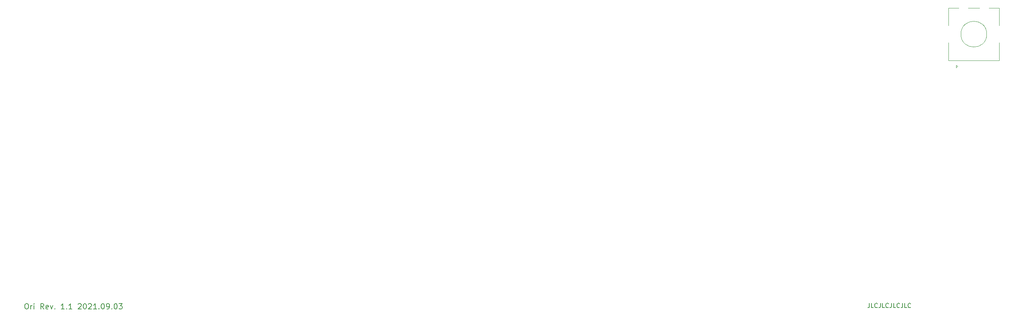
<source format=gto>
G04 #@! TF.GenerationSoftware,KiCad,Pcbnew,(5.1.10-1-10_14)*
G04 #@! TF.CreationDate,2021-09-09T13:04:37-05:00*
G04 #@! TF.ProjectId,ori,6f72692e-6b69-4636-9164-5f7063625858,rev?*
G04 #@! TF.SameCoordinates,Original*
G04 #@! TF.FileFunction,Legend,Top*
G04 #@! TF.FilePolarity,Positive*
%FSLAX46Y46*%
G04 Gerber Fmt 4.6, Leading zero omitted, Abs format (unit mm)*
G04 Created by KiCad (PCBNEW (5.1.10-1-10_14)) date 2021-09-09 13:04:37*
%MOMM*%
%LPD*%
G01*
G04 APERTURE LIST*
%ADD10C,0.200000*%
%ADD11C,0.150000*%
%ADD12C,0.120000*%
%ADD13C,4.500000*%
%ADD14C,2.540000*%
%ADD15C,1.701800*%
%ADD16C,3.987800*%
%ADD17R,2.000000X2.000000*%
%ADD18C,2.000000*%
%ADD19R,2.000000X3.200000*%
%ADD20C,1.803400*%
%ADD21O,1.300000X1.900000*%
%ADD22C,0.650000*%
%ADD23O,1.300000X2.400000*%
G04 APERTURE END LIST*
D10*
X100370975Y-115815476D02*
X100609070Y-115815476D01*
X100728118Y-115875000D01*
X100847165Y-115994047D01*
X100906689Y-116232142D01*
X100906689Y-116648809D01*
X100847165Y-116886904D01*
X100728118Y-117005952D01*
X100609070Y-117065476D01*
X100370975Y-117065476D01*
X100251927Y-117005952D01*
X100132880Y-116886904D01*
X100073356Y-116648809D01*
X100073356Y-116232142D01*
X100132880Y-115994047D01*
X100251927Y-115875000D01*
X100370975Y-115815476D01*
X101442403Y-117065476D02*
X101442403Y-116232142D01*
X101442403Y-116470238D02*
X101501927Y-116351190D01*
X101561451Y-116291666D01*
X101680499Y-116232142D01*
X101799546Y-116232142D01*
X102216213Y-117065476D02*
X102216213Y-116232142D01*
X102216213Y-115815476D02*
X102156689Y-115875000D01*
X102216213Y-115934523D01*
X102275737Y-115875000D01*
X102216213Y-115815476D01*
X102216213Y-115934523D01*
X104478118Y-117065476D02*
X104061451Y-116470238D01*
X103763832Y-117065476D02*
X103763832Y-115815476D01*
X104240022Y-115815476D01*
X104359070Y-115875000D01*
X104418594Y-115934523D01*
X104478118Y-116053571D01*
X104478118Y-116232142D01*
X104418594Y-116351190D01*
X104359070Y-116410714D01*
X104240022Y-116470238D01*
X103763832Y-116470238D01*
X105490022Y-117005952D02*
X105370975Y-117065476D01*
X105132880Y-117065476D01*
X105013832Y-117005952D01*
X104954308Y-116886904D01*
X104954308Y-116410714D01*
X105013832Y-116291666D01*
X105132880Y-116232142D01*
X105370975Y-116232142D01*
X105490022Y-116291666D01*
X105549546Y-116410714D01*
X105549546Y-116529761D01*
X104954308Y-116648809D01*
X105966213Y-116232142D02*
X106263832Y-117065476D01*
X106561451Y-116232142D01*
X107037641Y-116946428D02*
X107097165Y-117005952D01*
X107037641Y-117065476D01*
X106978118Y-117005952D01*
X107037641Y-116946428D01*
X107037641Y-117065476D01*
X109240022Y-117065476D02*
X108525737Y-117065476D01*
X108882880Y-117065476D02*
X108882880Y-115815476D01*
X108763832Y-115994047D01*
X108644784Y-116113095D01*
X108525737Y-116172619D01*
X109775737Y-116946428D02*
X109835260Y-117005952D01*
X109775737Y-117065476D01*
X109716213Y-117005952D01*
X109775737Y-116946428D01*
X109775737Y-117065476D01*
X111025737Y-117065476D02*
X110311451Y-117065476D01*
X110668594Y-117065476D02*
X110668594Y-115815476D01*
X110549546Y-115994047D01*
X110430499Y-116113095D01*
X110311451Y-116172619D01*
X112454308Y-115934523D02*
X112513832Y-115875000D01*
X112632880Y-115815476D01*
X112930499Y-115815476D01*
X113049546Y-115875000D01*
X113109070Y-115934523D01*
X113168594Y-116053571D01*
X113168594Y-116172619D01*
X113109070Y-116351190D01*
X112394784Y-117065476D01*
X113168594Y-117065476D01*
X113942403Y-115815476D02*
X114061451Y-115815476D01*
X114180499Y-115875000D01*
X114240022Y-115934523D01*
X114299546Y-116053571D01*
X114359070Y-116291666D01*
X114359070Y-116589285D01*
X114299546Y-116827380D01*
X114240022Y-116946428D01*
X114180499Y-117005952D01*
X114061451Y-117065476D01*
X113942403Y-117065476D01*
X113823356Y-117005952D01*
X113763832Y-116946428D01*
X113704308Y-116827380D01*
X113644784Y-116589285D01*
X113644784Y-116291666D01*
X113704308Y-116053571D01*
X113763832Y-115934523D01*
X113823356Y-115875000D01*
X113942403Y-115815476D01*
X114835260Y-115934523D02*
X114894784Y-115875000D01*
X115013832Y-115815476D01*
X115311451Y-115815476D01*
X115430499Y-115875000D01*
X115490022Y-115934523D01*
X115549546Y-116053571D01*
X115549546Y-116172619D01*
X115490022Y-116351190D01*
X114775737Y-117065476D01*
X115549546Y-117065476D01*
X116740022Y-117065476D02*
X116025737Y-117065476D01*
X116382880Y-117065476D02*
X116382880Y-115815476D01*
X116263832Y-115994047D01*
X116144784Y-116113095D01*
X116025737Y-116172619D01*
X117275737Y-116946428D02*
X117335260Y-117005952D01*
X117275737Y-117065476D01*
X117216213Y-117005952D01*
X117275737Y-116946428D01*
X117275737Y-117065476D01*
X118109070Y-115815476D02*
X118228118Y-115815476D01*
X118347165Y-115875000D01*
X118406689Y-115934523D01*
X118466213Y-116053571D01*
X118525737Y-116291666D01*
X118525737Y-116589285D01*
X118466213Y-116827380D01*
X118406689Y-116946428D01*
X118347165Y-117005952D01*
X118228118Y-117065476D01*
X118109070Y-117065476D01*
X117990022Y-117005952D01*
X117930499Y-116946428D01*
X117870975Y-116827380D01*
X117811451Y-116589285D01*
X117811451Y-116291666D01*
X117870975Y-116053571D01*
X117930499Y-115934523D01*
X117990022Y-115875000D01*
X118109070Y-115815476D01*
X119120975Y-117065476D02*
X119359070Y-117065476D01*
X119478118Y-117005952D01*
X119537641Y-116946428D01*
X119656689Y-116767857D01*
X119716213Y-116529761D01*
X119716213Y-116053571D01*
X119656689Y-115934523D01*
X119597165Y-115875000D01*
X119478118Y-115815476D01*
X119240022Y-115815476D01*
X119120975Y-115875000D01*
X119061451Y-115934523D01*
X119001927Y-116053571D01*
X119001927Y-116351190D01*
X119061451Y-116470238D01*
X119120975Y-116529761D01*
X119240022Y-116589285D01*
X119478118Y-116589285D01*
X119597165Y-116529761D01*
X119656689Y-116470238D01*
X119716213Y-116351190D01*
X120251927Y-116946428D02*
X120311451Y-117005952D01*
X120251927Y-117065476D01*
X120192403Y-117005952D01*
X120251927Y-116946428D01*
X120251927Y-117065476D01*
X121085260Y-115815476D02*
X121204308Y-115815476D01*
X121323356Y-115875000D01*
X121382880Y-115934523D01*
X121442403Y-116053571D01*
X121501927Y-116291666D01*
X121501927Y-116589285D01*
X121442403Y-116827380D01*
X121382880Y-116946428D01*
X121323356Y-117005952D01*
X121204308Y-117065476D01*
X121085260Y-117065476D01*
X120966213Y-117005952D01*
X120906689Y-116946428D01*
X120847165Y-116827380D01*
X120787641Y-116589285D01*
X120787641Y-116291666D01*
X120847165Y-116053571D01*
X120906689Y-115934523D01*
X120966213Y-115875000D01*
X121085260Y-115815476D01*
X121918594Y-115815476D02*
X122692403Y-115815476D01*
X122275737Y-116291666D01*
X122454308Y-116291666D01*
X122573356Y-116351190D01*
X122632880Y-116410714D01*
X122692403Y-116529761D01*
X122692403Y-116827380D01*
X122632880Y-116946428D01*
X122573356Y-117005952D01*
X122454308Y-117065476D01*
X122097165Y-117065476D01*
X121978118Y-117005952D01*
X121918594Y-116946428D01*
D11*
X296013577Y-115736694D02*
X296013577Y-116450980D01*
X295965958Y-116593837D01*
X295870720Y-116689075D01*
X295727863Y-116736694D01*
X295632625Y-116736694D01*
X296965958Y-116736694D02*
X296489767Y-116736694D01*
X296489767Y-115736694D01*
X297870720Y-116641456D02*
X297823101Y-116689075D01*
X297680244Y-116736694D01*
X297585005Y-116736694D01*
X297442148Y-116689075D01*
X297346910Y-116593837D01*
X297299291Y-116498599D01*
X297251672Y-116308123D01*
X297251672Y-116165266D01*
X297299291Y-115974790D01*
X297346910Y-115879552D01*
X297442148Y-115784314D01*
X297585005Y-115736694D01*
X297680244Y-115736694D01*
X297823101Y-115784314D01*
X297870720Y-115831933D01*
X298585005Y-115736694D02*
X298585005Y-116450980D01*
X298537386Y-116593837D01*
X298442148Y-116689075D01*
X298299291Y-116736694D01*
X298204053Y-116736694D01*
X299537386Y-116736694D02*
X299061196Y-116736694D01*
X299061196Y-115736694D01*
X300442148Y-116641456D02*
X300394529Y-116689075D01*
X300251672Y-116736694D01*
X300156434Y-116736694D01*
X300013577Y-116689075D01*
X299918339Y-116593837D01*
X299870720Y-116498599D01*
X299823101Y-116308123D01*
X299823101Y-116165266D01*
X299870720Y-115974790D01*
X299918339Y-115879552D01*
X300013577Y-115784314D01*
X300156434Y-115736694D01*
X300251672Y-115736694D01*
X300394529Y-115784314D01*
X300442148Y-115831933D01*
X301156434Y-115736694D02*
X301156434Y-116450980D01*
X301108815Y-116593837D01*
X301013577Y-116689075D01*
X300870720Y-116736694D01*
X300775482Y-116736694D01*
X302108815Y-116736694D02*
X301632625Y-116736694D01*
X301632625Y-115736694D01*
X303013577Y-116641456D02*
X302965958Y-116689075D01*
X302823101Y-116736694D01*
X302727863Y-116736694D01*
X302585005Y-116689075D01*
X302489767Y-116593837D01*
X302442148Y-116498599D01*
X302394529Y-116308123D01*
X302394529Y-116165266D01*
X302442148Y-115974790D01*
X302489767Y-115879552D01*
X302585005Y-115784314D01*
X302727863Y-115736694D01*
X302823101Y-115736694D01*
X302965958Y-115784314D01*
X303013577Y-115831933D01*
X303727863Y-115736694D02*
X303727863Y-116450980D01*
X303680244Y-116593837D01*
X303585005Y-116689075D01*
X303442148Y-116736694D01*
X303346910Y-116736694D01*
X304680244Y-116736694D02*
X304204053Y-116736694D01*
X304204053Y-115736694D01*
X305585005Y-116641456D02*
X305537386Y-116689075D01*
X305394529Y-116736694D01*
X305299291Y-116736694D01*
X305156434Y-116689075D01*
X305061196Y-116593837D01*
X305013577Y-116498599D01*
X304965958Y-116308123D01*
X304965958Y-116165266D01*
X305013577Y-115974790D01*
X305061196Y-115879552D01*
X305156434Y-115784314D01*
X305299291Y-115736694D01*
X305394529Y-115736694D01*
X305537386Y-115784314D01*
X305585005Y-115831933D01*
D12*
X323752725Y-47093950D02*
X326152725Y-47093950D01*
X318952725Y-47093950D02*
X321552725Y-47093950D01*
X314352725Y-47093950D02*
X316752725Y-47093950D01*
X316152725Y-60393950D02*
X316452725Y-60693950D01*
X316152725Y-60993950D02*
X316152725Y-60393950D01*
X316452725Y-60693950D02*
X316152725Y-60993950D01*
X314352725Y-59293950D02*
X326152725Y-59293950D01*
X314352725Y-55193950D02*
X314352725Y-59293950D01*
X326152725Y-55193950D02*
X326152725Y-59293950D01*
X326152725Y-47093950D02*
X326152725Y-51193950D01*
X314352725Y-51193950D02*
X314352725Y-47093950D01*
X323252725Y-53193950D02*
G75*
G03*
X323252725Y-53193950I-3000000J0D01*
G01*
%LPC*%
D13*
X96440641Y-62706266D03*
X167878049Y-100806202D03*
X239315489Y-62706234D03*
X167878049Y-62706266D03*
X239315489Y-100806298D03*
X96440641Y-100806298D03*
X310753321Y-100806298D03*
X310753321Y-62706266D03*
D14*
X316468185Y-69691370D03*
X322818185Y-67151370D03*
D15*
X325358185Y-72231370D03*
X315198185Y-72231370D03*
D16*
X320278185Y-72231370D03*
D14*
X121205625Y-50641250D03*
X127555625Y-48101250D03*
D15*
X130095625Y-53181250D03*
X119935625Y-53181250D03*
D16*
X125015625Y-53181250D03*
D14*
X316468185Y-107791530D03*
X322818185Y-105251530D03*
D15*
X325358185Y-110331530D03*
X315198185Y-110331530D03*
D16*
X320278185Y-110331530D03*
D17*
X317752725Y-60693950D03*
D18*
X320252725Y-60693950D03*
X322752725Y-60693950D03*
D19*
X314652725Y-53193950D03*
X325852725Y-53193950D03*
D18*
X317752725Y-46193950D03*
X322752725Y-46193950D03*
G36*
G01*
X192448100Y-55649150D02*
X192448100Y-56550850D01*
G75*
G02*
X191997250Y-57001700I-450850J0D01*
G01*
X191095550Y-57001700D01*
G75*
G02*
X190644700Y-56550850I0J450850D01*
G01*
X190644700Y-55649150D01*
G75*
G02*
X191095550Y-55198300I450850J0D01*
G01*
X191997250Y-55198300D01*
G75*
G02*
X192448100Y-55649150I0J-450850D01*
G01*
G37*
D20*
X191140000Y-58640000D03*
X191546400Y-61180000D03*
X191140000Y-63720000D03*
X191546400Y-66260000D03*
X191140000Y-68800000D03*
D21*
X111189825Y-43258627D03*
D22*
X112599825Y-46907627D03*
X118379825Y-46907627D03*
D21*
X119789825Y-43258627D03*
D23*
X119789825Y-47458627D03*
X111189825Y-47458627D03*
D16*
X320278125Y-53181250D03*
D15*
X315198125Y-53181250D03*
X325358125Y-53181250D03*
D14*
X322818125Y-48101250D03*
X316468125Y-50641250D03*
X316468185Y-88741450D03*
X322818185Y-86201450D03*
D15*
X325358185Y-91281450D03*
X315198185Y-91281450D03*
D16*
X320278185Y-91281450D03*
D14*
X83105625Y-50641250D03*
X89455625Y-48101250D03*
D15*
X91995625Y-53181250D03*
X81835625Y-53181250D03*
D16*
X86915625Y-53181250D03*
D14*
X102155625Y-50641250D03*
X108505625Y-48101250D03*
D15*
X111045625Y-53181250D03*
X100885625Y-53181250D03*
D16*
X105965625Y-53181250D03*
X144065625Y-53181250D03*
D15*
X138985625Y-53181250D03*
X149145625Y-53181250D03*
D14*
X146605625Y-48101250D03*
X140255625Y-50641250D03*
X159305625Y-50641250D03*
X165655625Y-48101250D03*
D15*
X168195625Y-53181250D03*
X158035625Y-53181250D03*
D16*
X163115625Y-53181250D03*
D14*
X178355625Y-50641250D03*
X184705625Y-48101250D03*
D15*
X187245625Y-53181250D03*
X177085625Y-53181250D03*
D16*
X182165625Y-53181250D03*
D14*
X197405625Y-50641250D03*
X203755625Y-48101250D03*
D15*
X206295625Y-53181250D03*
X196135625Y-53181250D03*
D16*
X201215625Y-53181250D03*
D14*
X216455625Y-50641250D03*
X222805625Y-48101250D03*
D15*
X225345625Y-53181250D03*
X215185625Y-53181250D03*
D16*
X220265625Y-53181250D03*
D14*
X235505625Y-50641250D03*
X241855625Y-48101250D03*
D15*
X244395625Y-53181250D03*
X234235625Y-53181250D03*
D16*
X239315625Y-53181250D03*
D14*
X254555625Y-50641250D03*
X260905625Y-48101250D03*
D15*
X263445625Y-53181250D03*
X253285625Y-53181250D03*
D16*
X258365625Y-53181250D03*
D14*
X273605625Y-50641250D03*
X279955625Y-48101250D03*
D15*
X282495625Y-53181250D03*
X272335625Y-53181250D03*
D16*
X277415625Y-53181250D03*
D14*
X292655625Y-50641250D03*
X299005625Y-48101250D03*
D15*
X301545625Y-53181250D03*
X291385625Y-53181250D03*
D16*
X296465625Y-53181250D03*
D14*
X83105625Y-69691250D03*
X89455625Y-67151250D03*
D15*
X91995625Y-72231250D03*
X81835625Y-72231250D03*
D16*
X86915625Y-72231250D03*
D14*
X102155625Y-69691250D03*
X108505625Y-67151250D03*
D15*
X111045625Y-72231250D03*
X100885625Y-72231250D03*
D16*
X105965625Y-72231250D03*
D14*
X121205625Y-69691250D03*
X127555625Y-67151250D03*
D15*
X130095625Y-72231250D03*
X119935625Y-72231250D03*
D16*
X125015625Y-72231250D03*
D14*
X140260799Y-69691250D03*
X146610799Y-67151250D03*
D15*
X149150799Y-72231250D03*
X138990799Y-72231250D03*
D16*
X144070799Y-72231250D03*
D14*
X159305625Y-69691250D03*
X165655625Y-67151250D03*
D15*
X168195625Y-72231250D03*
X158035625Y-72231250D03*
D16*
X163115625Y-72231250D03*
D14*
X178355625Y-69691250D03*
X184705625Y-67151250D03*
D15*
X187245625Y-72231250D03*
X177085625Y-72231250D03*
D16*
X182165625Y-72231250D03*
D14*
X197405625Y-69691250D03*
X203755625Y-67151250D03*
D15*
X206295625Y-72231250D03*
X196135625Y-72231250D03*
D16*
X201215625Y-72231250D03*
D14*
X216455625Y-69691250D03*
X222805625Y-67151250D03*
D15*
X225345625Y-72231250D03*
X215185625Y-72231250D03*
D16*
X220265625Y-72231250D03*
D14*
X235505625Y-69691250D03*
X241855625Y-67151250D03*
D15*
X244395625Y-72231250D03*
X234235625Y-72231250D03*
D16*
X239315625Y-72231250D03*
D14*
X254555625Y-69691250D03*
X260905625Y-67151250D03*
D15*
X263445625Y-72231250D03*
X253285625Y-72231250D03*
D16*
X258365625Y-72231250D03*
D14*
X273605625Y-69691250D03*
X279955625Y-67151250D03*
D15*
X282495625Y-72231250D03*
X272335625Y-72231250D03*
D16*
X277415625Y-72231250D03*
D14*
X292655625Y-69691250D03*
X299005625Y-67151250D03*
D15*
X301545625Y-72231250D03*
X291385625Y-72231250D03*
D16*
X296465625Y-72231250D03*
D14*
X83105625Y-88741250D03*
X89455625Y-86201250D03*
D15*
X91995625Y-91281250D03*
X81835625Y-91281250D03*
D16*
X86915625Y-91281250D03*
D14*
X102155625Y-88741250D03*
X108505625Y-86201250D03*
D15*
X111045625Y-91281250D03*
X100885625Y-91281250D03*
D16*
X105965625Y-91281250D03*
D14*
X121205625Y-88741250D03*
X127555625Y-86201250D03*
D15*
X130095625Y-91281250D03*
X119935625Y-91281250D03*
D16*
X125015625Y-91281250D03*
D14*
X140255625Y-88741250D03*
X146605625Y-86201250D03*
D15*
X149145625Y-91281250D03*
X138985625Y-91281250D03*
D16*
X144065625Y-91281250D03*
D14*
X159305625Y-88741250D03*
X165655625Y-86201250D03*
D15*
X168195625Y-91281250D03*
X158035625Y-91281250D03*
D16*
X163115625Y-91281250D03*
D14*
X178355625Y-88741250D03*
X184705625Y-86201250D03*
D15*
X187245625Y-91281250D03*
X177085625Y-91281250D03*
D16*
X182165625Y-91281250D03*
D14*
X216455625Y-88741250D03*
X222805625Y-86201250D03*
D15*
X225345625Y-91281250D03*
X215185625Y-91281250D03*
D16*
X220265625Y-91281250D03*
D14*
X235505625Y-88741250D03*
X241855625Y-86201250D03*
D15*
X244395625Y-91281250D03*
X234235625Y-91281250D03*
D16*
X239315625Y-91281250D03*
D14*
X254555625Y-88741250D03*
X260905625Y-86201250D03*
D15*
X263445625Y-91281250D03*
X253285625Y-91281250D03*
D16*
X258365625Y-91281250D03*
D14*
X273605625Y-88741250D03*
X279955625Y-86201250D03*
D15*
X282495625Y-91281250D03*
X272335625Y-91281250D03*
D16*
X277415625Y-91281250D03*
D14*
X83105625Y-107791250D03*
X89455625Y-105251250D03*
D15*
X91995625Y-110331250D03*
X81835625Y-110331250D03*
D16*
X86915625Y-110331250D03*
D14*
X102155625Y-107791250D03*
X108505625Y-105251250D03*
D15*
X111045625Y-110331250D03*
X100885625Y-110331250D03*
D16*
X105965625Y-110331250D03*
D14*
X121205625Y-107791250D03*
X127555625Y-105251250D03*
D15*
X130095625Y-110331250D03*
X119935625Y-110331250D03*
D16*
X125015625Y-110331250D03*
D14*
X140255625Y-107791250D03*
X146605625Y-105251250D03*
D15*
X149145625Y-110331250D03*
X138985625Y-110331250D03*
D16*
X144065625Y-110331250D03*
D14*
X159305625Y-107791250D03*
X165655625Y-105251250D03*
D15*
X168195625Y-110331250D03*
X158035625Y-110331250D03*
D16*
X163115625Y-110331250D03*
D14*
X178355625Y-107791250D03*
X184705625Y-105251250D03*
D15*
X187245625Y-110331250D03*
X177085625Y-110331250D03*
D16*
X182165625Y-110331250D03*
D14*
X216455625Y-107791250D03*
X222805625Y-105251250D03*
D15*
X225345625Y-110331250D03*
X215185625Y-110331250D03*
D16*
X220265625Y-110331250D03*
D14*
X235505625Y-107791250D03*
X241855625Y-105251250D03*
D15*
X244395625Y-110331250D03*
X234235625Y-110331250D03*
D16*
X239315625Y-110331250D03*
D14*
X254555625Y-107791250D03*
X260905625Y-105251250D03*
D15*
X263445625Y-110331250D03*
X253285625Y-110331250D03*
D16*
X258365625Y-110331250D03*
D14*
X273605625Y-107791250D03*
X279955625Y-105251250D03*
D15*
X282495625Y-110331250D03*
X272335625Y-110331250D03*
D16*
X277415625Y-110331250D03*
D14*
X197405625Y-88741250D03*
X203755625Y-86201250D03*
D15*
X206295625Y-91281250D03*
X196135625Y-91281250D03*
D16*
X201215625Y-91281250D03*
D14*
X197405625Y-107791250D03*
X203755625Y-105251250D03*
D15*
X206295625Y-110331250D03*
X196135625Y-110331250D03*
D16*
X201215625Y-110331250D03*
D14*
X292655625Y-88741250D03*
X299005625Y-86201250D03*
D15*
X301545625Y-91281250D03*
X291385625Y-91281250D03*
D16*
X296465625Y-91281250D03*
D14*
X292655625Y-107791250D03*
X299005625Y-105251250D03*
D15*
X301545625Y-110331250D03*
X291385625Y-110331250D03*
D16*
X296465625Y-110331250D03*
M02*

</source>
